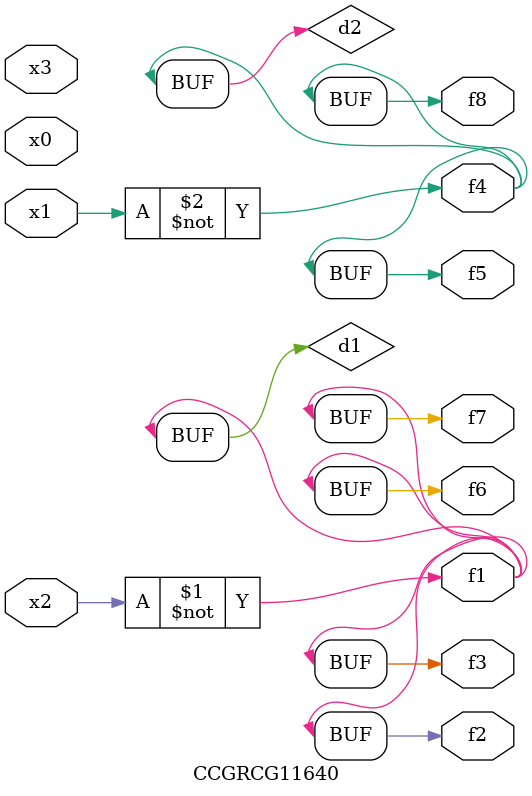
<source format=v>
module CCGRCG11640(
	input x0, x1, x2, x3,
	output f1, f2, f3, f4, f5, f6, f7, f8
);

	wire d1, d2;

	xnor (d1, x2);
	not (d2, x1);
	assign f1 = d1;
	assign f2 = d1;
	assign f3 = d1;
	assign f4 = d2;
	assign f5 = d2;
	assign f6 = d1;
	assign f7 = d1;
	assign f8 = d2;
endmodule

</source>
